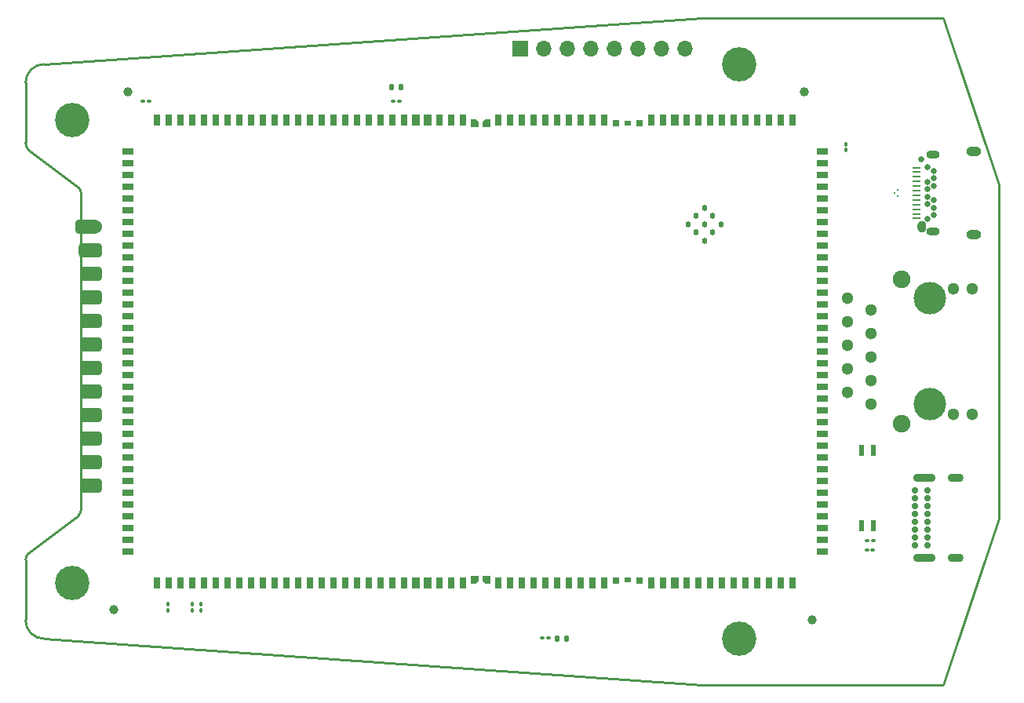
<source format=gbr>
G04 #@! TF.GenerationSoftware,KiCad,Pcbnew,8.0.1-8.0.1-1~ubuntu22.04.1*
G04 #@! TF.CreationDate,2024-03-31T08:55:46-05:00*
G04 #@! TF.ProjectId,controller,636f6e74-726f-46c6-9c65-722e6b696361,rev?*
G04 #@! TF.SameCoordinates,Original*
G04 #@! TF.FileFunction,Soldermask,Bot*
G04 #@! TF.FilePolarity,Negative*
%FSLAX46Y46*%
G04 Gerber Fmt 4.6, Leading zero omitted, Abs format (unit mm)*
G04 Created by KiCad (PCBNEW 8.0.1-8.0.1-1~ubuntu22.04.1) date 2024-03-31 08:55:46*
%MOMM*%
%LPD*%
G01*
G04 APERTURE LIST*
G04 Aperture macros list*
%AMRoundRect*
0 Rectangle with rounded corners*
0 $1 Rounding radius*
0 $2 $3 $4 $5 $6 $7 $8 $9 X,Y pos of 4 corners*
0 Add a 4 corners polygon primitive as box body*
4,1,4,$2,$3,$4,$5,$6,$7,$8,$9,$2,$3,0*
0 Add four circle primitives for the rounded corners*
1,1,$1+$1,$2,$3*
1,1,$1+$1,$4,$5*
1,1,$1+$1,$6,$7*
1,1,$1+$1,$8,$9*
0 Add four rect primitives between the rounded corners*
20,1,$1+$1,$2,$3,$4,$5,0*
20,1,$1+$1,$4,$5,$6,$7,0*
20,1,$1+$1,$6,$7,$8,$9,0*
20,1,$1+$1,$8,$9,$2,$3,0*%
%AMOutline5P*
0 Free polygon, 5 corners , with rotation*
0 The origin of the aperture is its center*
0 number of corners: always 5*
0 $1 to $10 corner X, Y*
0 $11 Rotation angle, in degrees counterclockwise*
0 create outline with 5 corners*
4,1,5,$1,$2,$3,$4,$5,$6,$7,$8,$9,$10,$1,$2,$11*%
%AMOutline6P*
0 Free polygon, 6 corners , with rotation*
0 The origin of the aperture is its center*
0 number of corners: always 6*
0 $1 to $12 corner X, Y*
0 $13 Rotation angle, in degrees counterclockwise*
0 create outline with 6 corners*
4,1,6,$1,$2,$3,$4,$5,$6,$7,$8,$9,$10,$11,$12,$1,$2,$13*%
%AMOutline7P*
0 Free polygon, 7 corners , with rotation*
0 The origin of the aperture is its center*
0 number of corners: always 7*
0 $1 to $14 corner X, Y*
0 $15 Rotation angle, in degrees counterclockwise*
0 create outline with 7 corners*
4,1,7,$1,$2,$3,$4,$5,$6,$7,$8,$9,$10,$11,$12,$13,$14,$1,$2,$15*%
%AMOutline8P*
0 Free polygon, 8 corners , with rotation*
0 The origin of the aperture is its center*
0 number of corners: always 8*
0 $1 to $16 corner X, Y*
0 $17 Rotation angle, in degrees counterclockwise*
0 create outline with 8 corners*
4,1,8,$1,$2,$3,$4,$5,$6,$7,$8,$9,$10,$11,$12,$13,$14,$15,$16,$1,$2,$17*%
%AMFreePoly0*
4,1,5,0.400000,-0.600000,-0.400000,-0.600000,-0.400000,0.600000,0.400000,0.600000,0.400000,-0.600000,0.400000,-0.600000,$1*%
G04 Aperture macros list end*
%ADD10C,0.010000*%
%ADD11C,3.700000*%
%ADD12C,0.625000*%
%ADD13RoundRect,0.381000X-0.894000X-0.381000X0.894000X-0.381000X0.894000X0.381000X-0.894000X0.381000X0*%
%ADD14RoundRect,0.762000X-0.000010X-0.000010X0.000010X-0.000010X0.000010X0.000010X-0.000010X0.000010X0*%
%ADD15RoundRect,0.381000X-0.877000X-0.381000X0.877000X-0.381000X0.877000X0.381000X-0.877000X0.381000X0*%
%ADD16RoundRect,0.381000X-0.381000X-0.381000X0.381000X-0.381000X0.381000X0.381000X-0.381000X0.381000X0*%
%ADD17RoundRect,0.381000X-0.750000X-0.381000X0.750000X-0.381000X0.750000X0.381000X-0.750000X0.381000X0*%
%ADD18R,0.800000X1.200000*%
%ADD19FreePoly0,0.000000*%
%ADD20Outline5P,-0.400000X0.400000X0.120000X0.400000X0.400000X0.120000X0.400000X-0.400000X-0.400000X-0.400000X0.000000*%
%ADD21Outline5P,-0.400000X0.120000X-0.120000X0.400000X0.400000X0.400000X0.400000X-0.400000X-0.400000X-0.400000X0.000000*%
%ADD22R,0.800000X0.700000*%
%ADD23R,0.800000X0.600000*%
%ADD24R,1.200000X0.800000*%
%ADD25R,0.800000X0.800000*%
%ADD26Outline5P,-0.400000X0.400000X0.400000X0.400000X0.400000X-0.400000X-0.120000X-0.400000X-0.400000X-0.120000X0.000000*%
%ADD27Outline5P,-0.400000X0.400000X0.400000X0.400000X0.400000X-0.120000X0.120000X-0.400000X-0.400000X-0.400000X0.000000*%
%ADD28C,0.700000*%
%ADD29O,1.700000X0.900000*%
%ADD30O,2.400000X0.900000*%
%ADD31RoundRect,0.100000X0.130000X0.100000X-0.130000X0.100000X-0.130000X-0.100000X0.130000X-0.100000X0*%
%ADD32RoundRect,0.100000X0.100000X-0.130000X0.100000X0.130000X-0.100000X0.130000X-0.100000X-0.130000X0*%
%ADD33RoundRect,0.100000X-0.100000X0.130000X-0.100000X-0.130000X0.100000X-0.130000X0.100000X0.130000X0*%
%ADD34RoundRect,0.147500X0.147500X0.172500X-0.147500X0.172500X-0.147500X-0.172500X0.147500X-0.172500X0*%
%ADD35R,0.200000X0.200000*%
%ADD36RoundRect,0.135000X-0.135000X-0.185000X0.135000X-0.185000X0.135000X0.185000X-0.135000X0.185000X0*%
%ADD37C,0.650000*%
%ADD38R,0.880000X0.280000*%
%ADD39C,0.640000*%
%ADD40O,1.440000X0.840000*%
%ADD41O,1.604000X1.004000*%
%ADD42C,1.000000*%
%ADD43R,1.700000X1.700000*%
%ADD44O,1.700000X1.700000*%
%ADD45C,1.900000*%
%ADD46C,3.500000*%
%ADD47C,1.300000*%
%ADD48R,0.508000X1.219200*%
%ADD49RoundRect,0.100000X-0.130000X-0.100000X0.130000X-0.100000X0.130000X0.100000X-0.130000X0.100000X0*%
G04 #@! TA.AperFunction,Profile*
%ADD50C,0.254000*%
G04 #@! TD*
G04 #@! TA.AperFunction,Profile*
%ADD51C,0.010000*%
G04 #@! TD*
G04 APERTURE END LIST*
D10*
X179701000Y-85926000D02*
X179723000Y-85927000D01*
X179745000Y-85930000D01*
X179767000Y-85934000D01*
X179789000Y-85939000D01*
X179810000Y-85946000D01*
X179831000Y-85953000D01*
X179852000Y-85962000D01*
X179872000Y-85971000D01*
X179891000Y-85982000D01*
X179910000Y-85994000D01*
X179929000Y-86006000D01*
X179946000Y-86020000D01*
X179963000Y-86034000D01*
X179980000Y-86049000D01*
X179995000Y-86066000D01*
X180009000Y-86083000D01*
X180023000Y-86100000D01*
X180035000Y-86119000D01*
X180047000Y-86137000D01*
X180058000Y-86157000D01*
X180067000Y-86177000D01*
X180076000Y-86198000D01*
X180083000Y-86219000D01*
X180090000Y-86240000D01*
X180095000Y-86262000D01*
X180099000Y-86284000D01*
X180102000Y-86306000D01*
X180103000Y-86328000D01*
X180104000Y-86350000D01*
X180104000Y-86650000D01*
X180103000Y-86672000D01*
X180102000Y-86694000D01*
X180099000Y-86716000D01*
X180095000Y-86738000D01*
X180090000Y-86760000D01*
X180083000Y-86781000D01*
X180076000Y-86802000D01*
X180067000Y-86823000D01*
X180058000Y-86843000D01*
X180047000Y-86862000D01*
X180035000Y-86881000D01*
X180023000Y-86900000D01*
X180009000Y-86917000D01*
X179995000Y-86934000D01*
X179980000Y-86951000D01*
X179963000Y-86966000D01*
X179946000Y-86980000D01*
X179929000Y-86994000D01*
X179910000Y-87006000D01*
X179891000Y-87018000D01*
X179872000Y-87029000D01*
X179852000Y-87038000D01*
X179831000Y-87047000D01*
X179810000Y-87054000D01*
X179789000Y-87061000D01*
X179767000Y-87066000D01*
X179745000Y-87070000D01*
X179723000Y-87073000D01*
X179701000Y-87074000D01*
X179679000Y-87075000D01*
X179657000Y-87074000D01*
X179635000Y-87073000D01*
X179613000Y-87070000D01*
X179591000Y-87066000D01*
X179569000Y-87061000D01*
X179548000Y-87054000D01*
X179527000Y-87047000D01*
X179506000Y-87038000D01*
X179486000Y-87029000D01*
X179466000Y-87018000D01*
X179448000Y-87006000D01*
X179429000Y-86994000D01*
X179412000Y-86980000D01*
X179395000Y-86966000D01*
X179378000Y-86951000D01*
X179363000Y-86934000D01*
X179349000Y-86917000D01*
X179335000Y-86900000D01*
X179323000Y-86881000D01*
X179311000Y-86862000D01*
X179300000Y-86843000D01*
X179291000Y-86823000D01*
X179282000Y-86802000D01*
X179275000Y-86781000D01*
X179268000Y-86760000D01*
X179263000Y-86738000D01*
X179259000Y-86716000D01*
X179256000Y-86694000D01*
X179255000Y-86672000D01*
X179254000Y-86650000D01*
X179254000Y-86350000D01*
X179255000Y-86328000D01*
X179256000Y-86306000D01*
X179259000Y-86284000D01*
X179263000Y-86262000D01*
X179268000Y-86240000D01*
X179275000Y-86219000D01*
X179282000Y-86198000D01*
X179291000Y-86177000D01*
X179300000Y-86157000D01*
X179311000Y-86137000D01*
X179323000Y-86119000D01*
X179335000Y-86100000D01*
X179349000Y-86083000D01*
X179363000Y-86066000D01*
X179378000Y-86049000D01*
X179395000Y-86034000D01*
X179412000Y-86020000D01*
X179429000Y-86006000D01*
X179448000Y-85994000D01*
X179466000Y-85982000D01*
X179486000Y-85971000D01*
X179506000Y-85962000D01*
X179527000Y-85953000D01*
X179548000Y-85946000D01*
X179569000Y-85939000D01*
X179591000Y-85934000D01*
X179613000Y-85930000D01*
X179635000Y-85927000D01*
X179657000Y-85926000D01*
X179679000Y-85925000D01*
X179701000Y-85926000D01*
G36*
X179701000Y-85926000D02*
G01*
X179723000Y-85927000D01*
X179745000Y-85930000D01*
X179767000Y-85934000D01*
X179789000Y-85939000D01*
X179810000Y-85946000D01*
X179831000Y-85953000D01*
X179852000Y-85962000D01*
X179872000Y-85971000D01*
X179891000Y-85982000D01*
X179910000Y-85994000D01*
X179929000Y-86006000D01*
X179946000Y-86020000D01*
X179963000Y-86034000D01*
X179980000Y-86049000D01*
X179995000Y-86066000D01*
X180009000Y-86083000D01*
X180023000Y-86100000D01*
X180035000Y-86119000D01*
X180047000Y-86137000D01*
X180058000Y-86157000D01*
X180067000Y-86177000D01*
X180076000Y-86198000D01*
X180083000Y-86219000D01*
X180090000Y-86240000D01*
X180095000Y-86262000D01*
X180099000Y-86284000D01*
X180102000Y-86306000D01*
X180103000Y-86328000D01*
X180104000Y-86350000D01*
X180104000Y-86650000D01*
X180103000Y-86672000D01*
X180102000Y-86694000D01*
X180099000Y-86716000D01*
X180095000Y-86738000D01*
X180090000Y-86760000D01*
X180083000Y-86781000D01*
X180076000Y-86802000D01*
X180067000Y-86823000D01*
X180058000Y-86843000D01*
X180047000Y-86862000D01*
X180035000Y-86881000D01*
X180023000Y-86900000D01*
X180009000Y-86917000D01*
X179995000Y-86934000D01*
X179980000Y-86951000D01*
X179963000Y-86966000D01*
X179946000Y-86980000D01*
X179929000Y-86994000D01*
X179910000Y-87006000D01*
X179891000Y-87018000D01*
X179872000Y-87029000D01*
X179852000Y-87038000D01*
X179831000Y-87047000D01*
X179810000Y-87054000D01*
X179789000Y-87061000D01*
X179767000Y-87066000D01*
X179745000Y-87070000D01*
X179723000Y-87073000D01*
X179701000Y-87074000D01*
X179679000Y-87075000D01*
X179657000Y-87074000D01*
X179635000Y-87073000D01*
X179613000Y-87070000D01*
X179591000Y-87066000D01*
X179569000Y-87061000D01*
X179548000Y-87054000D01*
X179527000Y-87047000D01*
X179506000Y-87038000D01*
X179486000Y-87029000D01*
X179466000Y-87018000D01*
X179448000Y-87006000D01*
X179429000Y-86994000D01*
X179412000Y-86980000D01*
X179395000Y-86966000D01*
X179378000Y-86951000D01*
X179363000Y-86934000D01*
X179349000Y-86917000D01*
X179335000Y-86900000D01*
X179323000Y-86881000D01*
X179311000Y-86862000D01*
X179300000Y-86843000D01*
X179291000Y-86823000D01*
X179282000Y-86802000D01*
X179275000Y-86781000D01*
X179268000Y-86760000D01*
X179263000Y-86738000D01*
X179259000Y-86716000D01*
X179256000Y-86694000D01*
X179255000Y-86672000D01*
X179254000Y-86650000D01*
X179254000Y-86350000D01*
X179255000Y-86328000D01*
X179256000Y-86306000D01*
X179259000Y-86284000D01*
X179263000Y-86262000D01*
X179268000Y-86240000D01*
X179275000Y-86219000D01*
X179282000Y-86198000D01*
X179291000Y-86177000D01*
X179300000Y-86157000D01*
X179311000Y-86137000D01*
X179323000Y-86119000D01*
X179335000Y-86100000D01*
X179349000Y-86083000D01*
X179363000Y-86066000D01*
X179378000Y-86049000D01*
X179395000Y-86034000D01*
X179412000Y-86020000D01*
X179429000Y-86006000D01*
X179448000Y-85994000D01*
X179466000Y-85982000D01*
X179486000Y-85971000D01*
X179506000Y-85962000D01*
X179527000Y-85953000D01*
X179548000Y-85946000D01*
X179569000Y-85939000D01*
X179591000Y-85934000D01*
X179613000Y-85930000D01*
X179635000Y-85927000D01*
X179657000Y-85926000D01*
X179679000Y-85925000D01*
X179701000Y-85926000D01*
G37*
D11*
X88000000Y-125000000D03*
X160000000Y-131000000D03*
X88000000Y-75000000D03*
X160000000Y-69000000D03*
D12*
X158012287Y-86281996D03*
X156244520Y-84514229D03*
X157128403Y-85398113D03*
X157128403Y-87165879D03*
X156244520Y-86281996D03*
X155360637Y-85398113D03*
X155360637Y-87165879D03*
X156244520Y-88049763D03*
X154476753Y-86281996D03*
D13*
X89625000Y-86500000D03*
D14*
X90500000Y-86500000D03*
D15*
X89980000Y-89040000D03*
D16*
X90500000Y-89040000D03*
D17*
X89992000Y-91580000D03*
D16*
X90500000Y-91580000D03*
D17*
X89992000Y-94120000D03*
D16*
X90500000Y-94120000D03*
D17*
X89992000Y-96660000D03*
D16*
X90500000Y-96660000D03*
D17*
X89992000Y-99200000D03*
D16*
X90500000Y-99200000D03*
D17*
X89992000Y-101740000D03*
D16*
X90500000Y-101740000D03*
D17*
X89992000Y-104280000D03*
D16*
X90500000Y-104280000D03*
D17*
X89992000Y-106820000D03*
D16*
X90500000Y-106820000D03*
D17*
X89992000Y-109360000D03*
D16*
X90500000Y-109360000D03*
D17*
X89992000Y-111900000D03*
D16*
X90500000Y-111900000D03*
D17*
X89992000Y-114440000D03*
D16*
X90500000Y-114440000D03*
D18*
X97210000Y-75000000D03*
X98480000Y-75000000D03*
X99750000Y-75000000D03*
X101020000Y-75000000D03*
X102290000Y-75000000D03*
X103560000Y-75000000D03*
X104830000Y-75000000D03*
X106100000Y-75000000D03*
X107370000Y-75000000D03*
X108640000Y-75000000D03*
X109910000Y-75000000D03*
X111180000Y-75000000D03*
X112450000Y-75000000D03*
X113720000Y-75000000D03*
X114990000Y-75000000D03*
X116260000Y-75000000D03*
X117530000Y-75000000D03*
X118800000Y-75000000D03*
X120070000Y-75000000D03*
X121340000Y-75000000D03*
X122610000Y-75000000D03*
X123880000Y-75000000D03*
D19*
X125150000Y-75000000D03*
X126420000Y-75000000D03*
D18*
X127690000Y-75000000D03*
X128960000Y-75000000D03*
X130230000Y-75000000D03*
D20*
X131500000Y-75400000D03*
D21*
X132770000Y-75400000D03*
D18*
X134040000Y-75000000D03*
X135310000Y-75000000D03*
X136580000Y-75000000D03*
X137850000Y-75000000D03*
X139120000Y-75000000D03*
X140390000Y-75000000D03*
X141660000Y-75000000D03*
X142930000Y-75000000D03*
X144200000Y-75000000D03*
X145470000Y-75000000D03*
D22*
X146740000Y-75350000D03*
D23*
X148010000Y-75400000D03*
D22*
X149280000Y-75340000D03*
D18*
X150550000Y-75000000D03*
X151820000Y-75000000D03*
D19*
X153090000Y-75000000D03*
D18*
X154360000Y-75000000D03*
X155630000Y-75000000D03*
X156900000Y-75000000D03*
X158170000Y-75000000D03*
X159440000Y-75000000D03*
X160710000Y-75000000D03*
X161980000Y-75000000D03*
X163250000Y-75000000D03*
X164520000Y-75000000D03*
X165790000Y-75000000D03*
D24*
X169000000Y-78410000D03*
X169000000Y-79680000D03*
X169000000Y-80950000D03*
X169000000Y-82220000D03*
X169000000Y-83490000D03*
X169000000Y-84760000D03*
X169000000Y-86030000D03*
X169000000Y-87300000D03*
X169000000Y-88570000D03*
X169000000Y-89840000D03*
X169000000Y-91110000D03*
X169000000Y-92380000D03*
X169000000Y-93650000D03*
X169000000Y-94920000D03*
X169000000Y-96190000D03*
X169000000Y-97460000D03*
X169000000Y-98730000D03*
X169000000Y-100000000D03*
X169000000Y-101270000D03*
X169000000Y-102540000D03*
X169000000Y-103810000D03*
X169000000Y-105080000D03*
X169000000Y-106350000D03*
X169000000Y-107620000D03*
X169000000Y-108890000D03*
X169000000Y-110160000D03*
X169000000Y-111430000D03*
X169000000Y-112700000D03*
X169000000Y-113970000D03*
X169000000Y-115240000D03*
X169000000Y-116510000D03*
X169000000Y-117780000D03*
X169000000Y-119050000D03*
X169000000Y-120320000D03*
X169000000Y-121590000D03*
D18*
X165790000Y-125000000D03*
X164520000Y-125000000D03*
X163250000Y-125000000D03*
X161980000Y-125000000D03*
X160710000Y-125000000D03*
X159440000Y-125000000D03*
X158170000Y-125000000D03*
X156900000Y-125000000D03*
X155630000Y-125000000D03*
X154360000Y-125000000D03*
D19*
X153090000Y-125000000D03*
D18*
X151820000Y-125000000D03*
X150550000Y-125000000D03*
D25*
X149280000Y-124700000D03*
D23*
X148010000Y-124600000D03*
D25*
X146740000Y-124700000D03*
D18*
X145470000Y-125000000D03*
X144200000Y-125000000D03*
X142930000Y-125000000D03*
X141660000Y-125000000D03*
X140390000Y-125000000D03*
X139120000Y-125000000D03*
X137850000Y-125000000D03*
X136580000Y-125000000D03*
X135310000Y-125000000D03*
X134040000Y-125000000D03*
D26*
X132770000Y-124600000D03*
D27*
X131500000Y-124600000D03*
D18*
X130230000Y-125000000D03*
X128960000Y-125000000D03*
X127690000Y-125000000D03*
D19*
X126420000Y-125000000D03*
X125150000Y-125000000D03*
D18*
X123880000Y-125000000D03*
X122610000Y-125000000D03*
X121340000Y-125000000D03*
X120070000Y-125000000D03*
X118800000Y-125000000D03*
X117530000Y-125000000D03*
X116260000Y-125000000D03*
X114990000Y-125000000D03*
X113720000Y-125000000D03*
X112450000Y-125000000D03*
X111180000Y-125000000D03*
X109910000Y-125000000D03*
X108640000Y-125000000D03*
X107370000Y-125000000D03*
X106100000Y-125000000D03*
X104830000Y-125000000D03*
X103560000Y-125000000D03*
X102290000Y-125000000D03*
X101020000Y-125000000D03*
X99750000Y-125000000D03*
X98480000Y-125000000D03*
X97210000Y-125000000D03*
D24*
X94000000Y-121590000D03*
X94000000Y-120320000D03*
X94000000Y-119050000D03*
X94000000Y-117780000D03*
X94000000Y-116510000D03*
X94000000Y-115240000D03*
X94000000Y-113970000D03*
X94000000Y-112700000D03*
X94000000Y-111430000D03*
X94000000Y-110160000D03*
X94000000Y-108890000D03*
X94000000Y-107620000D03*
X94000000Y-106350000D03*
X94000000Y-105080000D03*
X94000000Y-103810000D03*
X94000000Y-102540000D03*
X94000000Y-101270000D03*
X94000000Y-100000000D03*
X94000000Y-98730000D03*
X94000000Y-97460000D03*
X94000000Y-96190000D03*
X94000000Y-94920000D03*
X94000000Y-93650000D03*
X94000000Y-92380000D03*
X94000000Y-91110000D03*
X94000000Y-89840000D03*
X94000000Y-88570000D03*
X94000000Y-87300000D03*
X94000000Y-86030000D03*
X94000000Y-84760000D03*
X94000000Y-83490000D03*
X94000000Y-82220000D03*
X94000000Y-80950000D03*
X94000000Y-79680000D03*
X94000000Y-78410000D03*
D28*
X179000000Y-115000000D03*
X179000000Y-115850000D03*
X179000000Y-116700000D03*
X179000000Y-117550000D03*
X179000000Y-118400000D03*
X179000000Y-119250000D03*
X179000000Y-120100000D03*
X179000000Y-120950000D03*
X180350000Y-120950000D03*
X180350000Y-120100000D03*
X180350000Y-119250000D03*
X180350000Y-118400000D03*
X180350000Y-117550000D03*
X180350000Y-116700000D03*
X180350000Y-115850000D03*
X180350000Y-115000000D03*
D29*
X183360000Y-113650000D03*
D30*
X179980000Y-113650000D03*
D29*
X183360000Y-122300000D03*
D30*
X179980000Y-122300000D03*
D31*
X96320000Y-73000000D03*
X95680000Y-73000000D03*
D32*
X171500000Y-78280000D03*
X171500000Y-77640000D03*
D31*
X139420000Y-130900000D03*
X138780000Y-130900000D03*
D33*
X98400000Y-127280000D03*
X98400000Y-127920000D03*
X101000000Y-127280000D03*
X101000000Y-127920000D03*
D31*
X174420000Y-121400000D03*
X173780000Y-121400000D03*
D34*
X123485000Y-71500000D03*
X122515000Y-71500000D03*
D35*
X176769000Y-82900000D03*
X177069000Y-82560000D03*
X177069000Y-83240000D03*
D33*
X101900000Y-127280000D03*
X101900000Y-127920000D03*
D36*
X140390001Y-131000000D03*
X141409999Y-131000000D03*
D37*
X179679000Y-79300000D03*
X179679000Y-86500000D03*
D38*
X179119000Y-80150000D03*
X179119000Y-80650000D03*
X179119000Y-81150000D03*
X179119000Y-81650000D03*
X179119000Y-82150000D03*
X179119000Y-82650000D03*
X179119000Y-83150000D03*
X179119000Y-83650000D03*
X179119000Y-84150000D03*
X179119000Y-84650000D03*
X179119000Y-85150000D03*
X179119000Y-85650000D03*
D39*
X180329000Y-85700000D03*
X181029000Y-85300000D03*
X181029000Y-84500000D03*
X180329000Y-84100000D03*
X181029000Y-83700000D03*
X180329000Y-83300000D03*
X180329000Y-82500000D03*
X181029000Y-82100000D03*
X180329000Y-81700000D03*
X181029000Y-81300000D03*
X181029000Y-80500000D03*
X180329000Y-80100000D03*
D40*
X180919000Y-78770000D03*
X180919000Y-87030000D03*
D41*
X185319000Y-78410000D03*
X185319000Y-87390000D03*
D42*
X167000000Y-72000000D03*
D31*
X174440000Y-120400000D03*
X173800000Y-120400000D03*
D43*
X136400000Y-67300000D03*
D44*
X138940000Y-67300000D03*
X141480000Y-67300000D03*
X144020000Y-67300000D03*
X146560000Y-67300000D03*
X149100000Y-67300000D03*
X151640000Y-67300000D03*
X154180000Y-67300000D03*
D45*
X177540000Y-92205000D03*
D46*
X180590000Y-94285000D03*
X180590000Y-105715000D03*
D45*
X177540000Y-107795000D03*
D47*
X171700000Y-94285000D03*
X174240000Y-95555000D03*
X171700000Y-96825000D03*
X174240000Y-98095000D03*
X171700000Y-99365000D03*
X174240000Y-100635000D03*
X171700000Y-101905000D03*
X174240000Y-103175000D03*
X171700000Y-104445000D03*
X174240000Y-105715000D03*
X185160000Y-93215000D03*
X183130000Y-93215000D03*
X185160000Y-106785000D03*
X183130000Y-106785000D03*
D42*
X167900000Y-129000000D03*
D48*
X174470000Y-118828000D03*
X173200000Y-118828000D03*
X173200000Y-110700000D03*
X174470000Y-110700000D03*
D42*
X92480000Y-127820000D03*
D49*
X122680000Y-73000000D03*
X123320000Y-73000000D03*
D42*
X94000000Y-72000000D03*
D50*
X83000000Y-71000000D02*
G75*
G02*
X85000000Y-69000000I2000000J0D01*
G01*
X156000000Y-136000000D02*
X85000000Y-131000000D01*
X88707107Y-82292893D02*
G75*
G02*
X89000000Y-83000000I-707107J-707107D01*
G01*
X188000000Y-118000000D02*
X188000000Y-82000000D01*
X89000000Y-117000000D02*
G75*
G02*
X88707107Y-117707107I-1000000J0D01*
G01*
X182000000Y-64000000D02*
X188000000Y-82000000D01*
X182000000Y-64000000D02*
X156000000Y-64000000D01*
X89000000Y-83000000D02*
X89000000Y-117000000D01*
X83000000Y-122500000D02*
X83000000Y-129000000D01*
X188000000Y-118000000D02*
X182000000Y-136000000D01*
X83292893Y-78207107D02*
G75*
G02*
X83000000Y-77500000I707107J707107D01*
G01*
X88707107Y-82292893D02*
X83292893Y-78207107D01*
X156000000Y-64000000D02*
X85000000Y-69000000D01*
X88707107Y-117707107D02*
X83292893Y-121792893D01*
X83000000Y-77500000D02*
X83000000Y-71000000D01*
X83000000Y-122500000D02*
G75*
G02*
X83292893Y-121792893I1000000J0D01*
G01*
X85000000Y-131000000D02*
G75*
G02*
X83000000Y-129000000I0J2000000D01*
G01*
X156000000Y-136000000D02*
X182000000Y-136000000D01*
D51*
X179354000Y-86650000D02*
X179354000Y-86350000D01*
X180004000Y-86350000D02*
X180004000Y-86650000D01*
X179354000Y-86350000D02*
G75*
G02*
X179679000Y-86025000I325000J0D01*
G01*
X179679000Y-86025000D02*
G75*
G02*
X180004000Y-86350000I0J-325000D01*
G01*
X179679000Y-86975000D02*
G75*
G02*
X179354000Y-86650000I0J325000D01*
G01*
X180004000Y-86650000D02*
G75*
G02*
X179679000Y-86975000I-325000J0D01*
G01*
M02*

</source>
